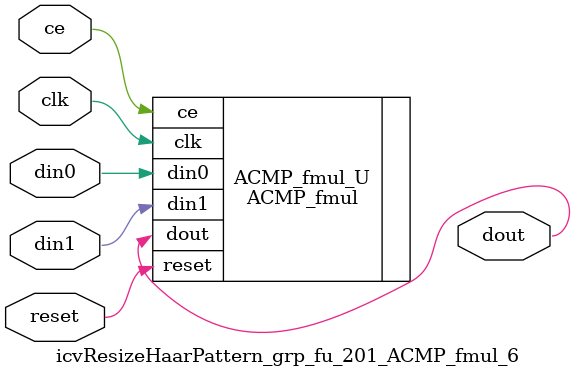
<source format=v>

`timescale 1 ns / 1 ps
module icvResizeHaarPattern_grp_fu_201_ACMP_fmul_6(
    clk,
    reset,
    ce,
    din0,
    din1,
    dout);

parameter ID = 32'd1;
parameter NUM_STAGE = 32'd1;
parameter din0_WIDTH = 32'd1;
parameter din1_WIDTH = 32'd1;
parameter dout_WIDTH = 32'd1;
input clk;
input reset;
input ce;
input[din0_WIDTH - 1:0] din0;
input[din1_WIDTH - 1:0] din1;
output[dout_WIDTH - 1:0] dout;



ACMP_fmul #(
.ID( ID ),
.NUM_STAGE( 4 ),
.din0_WIDTH( din0_WIDTH ),
.din1_WIDTH( din1_WIDTH ),
.dout_WIDTH( dout_WIDTH ))
ACMP_fmul_U(
    .clk( clk ),
    .reset( reset ),
    .ce( ce ),
    .din0( din0 ),
    .din1( din1 ),
    .dout( dout ));

endmodule

</source>
